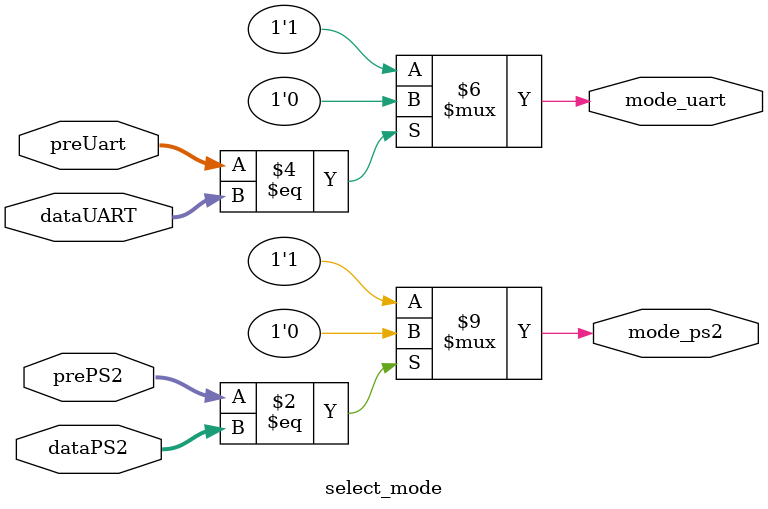
<source format=v>
`timescale 1ns / 1ps

module select_mode(
    input [7:0] prePS2,
    input [7:0] preUart,
    input [7:0] dataPS2,
    input [7:0] dataUART,
    output reg mode_ps2,
    output reg mode_uart
    );


always @(dataPS2)
    begin
        if (prePS2 == dataPS2)    
            mode_ps2 <= 0;
        else
            mode_ps2 <= 1;
    end

always @(dataUART)
    begin
        if (preUart == dataUART)    
            mode_uart <= 0;
        else
            mode_uart <= 1;
    end
        

endmodule
</source>
